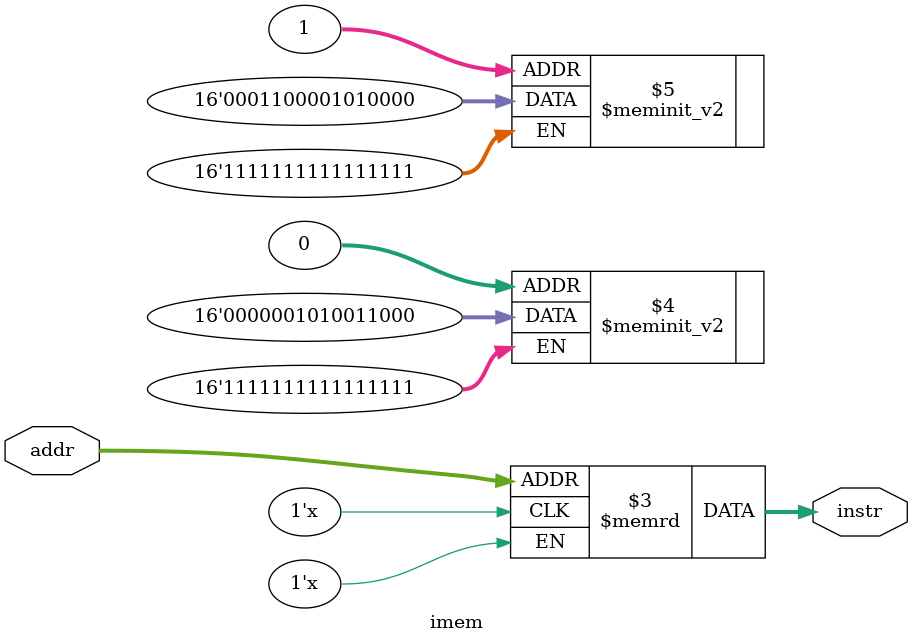
<source format=v>
module imem(input [15:0] addr, output [15:0] instr);
reg [15:0] mem[255:0];
initial begin
 mem[0]=16'b0000_001_010_011_000; // ADD R1,R2,R3
 mem[1]=16'b0001_100_001_010_000; // SUB R4,R1,R2
end
assign instr = mem[addr];
endmodule


</source>
